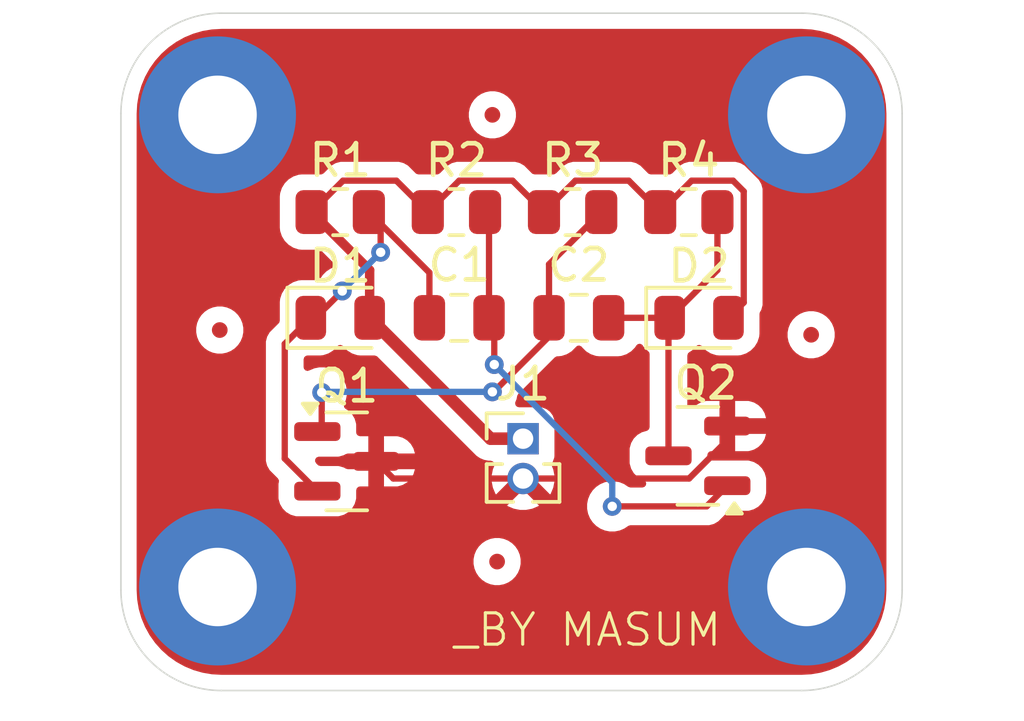
<source format=kicad_pcb>
(kicad_pcb (version 20241229) (generator "pcbnew") (generator_version "9.0")
  (layers (0 "F.Cu" signal) (2 "B.Cu" signal) (13 "F.Paste" user) (15 "B.Paste" user) (5 "F.SilkS" user "F.Silkscreen") (7 "B.SilkS" user "B.Silkscreen") (1 "F.Mask" user) (3 "B.Mask" user) (25 "Edge.Cuts" user))
  (net 0 "")
  (net 1 "Net-(Q2-B)")
  (net 2 "Net-(D1-K)")
  (net 3 "Net-(Q1-B)")
  (net 4 "Net-(D2-K)")
  (net 5 "+3v7")
  (net 6 "GND")
  (footprint "Package_TO_SOT_SMD:SOT-23" (layer "F.Cu") (at 127.0775 89.215)
    (property "Reference" "Q1" (at 0 -2.4 0) (layer "F.SilkS"))
    (property "Value" "MMBT3904")
    (fp_line (start 0 -1.56) (end -0.65 -1.56) (stroke (width 0.12)) (layer "F.SilkS"))
    (fp_line (start 0 -1.56) (end 0.65 -1.56) (stroke (width 0.12)) (layer "F.SilkS"))
    (fp_line (start 0 1.56) (end -0.65 1.56) (stroke (width 0.12)) (layer "F.SilkS"))
    (fp_line (start 0 1.56) (end 0.65 1.56) (stroke (width 0.12)) (layer "F.SilkS"))
    (fp_poly (pts (xy -1.1625 -1.51) (xy -1.4025 -1.84) (xy -0.9225 -1.84)) (stroke (width 0.12)) (fill yes) (layer "F.SilkS"))
    (pad "1" smd roundrect (at -0.9375 -0.95) (size 1.475 0.6) (layers "F.Cu" "F.Mask" "F.Paste") (net 3 "Net-(Q1-B)"))
    (pad "2" smd roundrect (at -0.9375 0.95) (size 1.475 0.6) (layers "F.Cu" "F.Mask" "F.Paste") (net 2 "Net-(D1-K)"))
    (pad "3" smd roundrect (at 0.9375 0) (size 1.475 0.6) (layers "F.Cu" "F.Mask" "F.Paste") (net 6 "GND"))
  )
  (footprint "Capacitor_SMD:C_0805_2012Metric" (layer "F.Cu") (at 134.475 84.64)
    (property "Reference" "C2" (at 0 -1.68 0) (layer "F.SilkS"))
    (property "Value" "220u")
    (fp_line (start -0.261252 -0.735) (end 0.261252 -0.735) (stroke (width 0.12)) (layer "F.SilkS"))
    (fp_line (start -0.261252 0.735) (end 0.261252 0.735) (stroke (width 0.12)) (layer "F.SilkS"))
    (pad "1" smd roundrect (at -0.95 0) (size 1 1.45) (layers "F.Cu" "F.Mask" "F.Paste") (net 3 "Net-(Q1-B)"))
    (pad "2" smd roundrect (at 0.95 0) (size 1 1.45) (layers "F.Cu" "F.Mask" "F.Paste") (net 4 "Net-(D2-K)"))
  )
  (footprint "MountingHole:MountingHole_2.5mm_Pad" (layer "F.Cu") (at 141.73 93.22)
    (property "Reference" "H3" (hide yes))
    (property "Value" "MountingHole_Pad")
    (pad "1" thru_hole circle (at 0 0) (size 5 5) (drill 2.5) (layers "*.Cu" "*.Mask") (net 6 "GND"))
  )
  (footprint "Connector_PinHeader_1.27mm:PinHeader_1x02_P1.27mm_Vertical" (layer "F.Cu") (at 132.6975 88.4925)
    (property "Reference" "J1" (at 0 -1.745 0) (layer "F.SilkS"))
    (property "Value" "Conn_01x02_Pin")
    (fp_line (start -1.16 -0.81) (end 0 -0.81) (stroke (width 0.12)) (layer "F.SilkS"))
    (fp_line (start -1.16 0) (end -1.16 -0.81) (stroke (width 0.12)) (layer "F.SilkS"))
    (fp_line (start -1.16 0.81) (end -1.16 2.015) (stroke (width 0.12)) (layer "F.SilkS"))
    (fp_line (start -1.16 0.81) (end -0.666708 0.81) (stroke (width 0.12)) (layer "F.SilkS"))
    (fp_line (start -1.16 2.015) (end -0.317923 2.015) (stroke (width 0.12)) (layer "F.SilkS"))
    (fp_line (start 0.317923 2.015) (end 1.16 2.015) (stroke (width 0.12)) (layer "F.SilkS"))
    (fp_line (start 0.666708 0.81) (end 1.16 0.81) (stroke (width 0.12)) (layer "F.SilkS"))
    (fp_line (start 1.16 0.81) (end 1.16 2.015) (stroke (width 0.12)) (layer "F.SilkS"))
    (pad "1" thru_hole rect (at 0 0) (size 1 1) (drill 0.65) (layers "*.Cu" "*.Mask") (net 5 "+3v7"))
    (pad "2" thru_hole circle (at 0 1.27) (size 1 1) (drill 0.65) (layers "*.Cu" "*.Mask") (net 6 "GND"))
  )
  (footprint "Resistor_SMD:R_0805_2012Metric" (layer "F.Cu") (at 126.87 81.27)
    (property "Reference" "R1" (at 0 -1.65 0) (layer "F.SilkS"))
    (property "Value" "1k")
    (fp_line (start -0.227064 -0.735) (end 0.227064 -0.735) (stroke (width 0.12)) (layer "F.SilkS"))
    (fp_line (start -0.227064 0.735) (end 0.227064 0.735) (stroke (width 0.12)) (layer "F.SilkS"))
    (pad "1" smd roundrect (at -0.9125 0) (size 1.025 1.4) (layers "F.Cu" "F.Mask" "F.Paste") (roundrect_rratio 0.243902) (net 5 "+3v7"))
    (pad "2" smd roundrect (at 0.9125 0) (size 1.025 1.4) (layers "F.Cu" "F.Mask" "F.Paste") (roundrect_rratio 0.243902) (net 2 "Net-(D1-K)"))
  )
  (footprint "Fiducial:Fiducial_0.5mm_Mask1mm" (layer "F.Cu") (at 141.88 85.18)
    (property "Reference" "FID4" (hide yes))
    (property "Value" "Fiducial")
    (pad "" smd circle (at 0 0) (size 0.5 0.5) (layers "F.Cu" "F.Mask"))
  )
  (footprint "MountingHole:MountingHole_2.5mm_Pad" (layer "F.Cu") (at 141.73 78.17)
    (property "Reference" "H1" (hide yes))
    (property "Value" "MountingHole_Pad")
    (pad "1" thru_hole circle (at 0 0) (size 5 5) (drill 2.5) (layers "*.Cu" "*.Mask") (net 6 "GND"))
  )
  (footprint "Package_TO_SOT_SMD:SOT-23" (layer "F.Cu") (at 138.27 89.04 180)
    (property "Reference" "Q2" (at -0.25 2.32 0) (layer "F.SilkS"))
    (property "Value" "MMBT3904")
    (fp_line (start 0 1.56) (end 0.65 1.56) (stroke (width 0.12)) (layer "F.SilkS"))
    (fp_line (start 0 1.56) (end -0.65 1.56) (stroke (width 0.12)) (layer "F.SilkS"))
    (fp_line (start 0 -1.56) (end 0.65 -1.56) (stroke (width 0.12)) (layer "F.SilkS"))
    (fp_line (start 0 -1.56) (end -0.65 -1.56) (stroke (width 0.12)) (layer "F.SilkS"))
    (fp_poly (pts (xy -1.1625 -1.51) (xy -1.4025 -1.84) (xy -0.9225 -1.84)) (stroke (width 0.12)) (fill yes) (layer "F.SilkS"))
    (pad "1" smd roundrect (at -0.9375 -0.95 180) (size 1.475 0.6) (layers "F.Cu" "F.Mask" "F.Paste") (net 1 "Net-(Q2-B)"))
    (pad "2" smd roundrect (at -0.9375 0.95 180) (size 1.475 0.6) (layers "F.Cu" "F.Mask" "F.Paste") (net 6 "GND"))
    (pad "3" smd roundrect (at 0.9375 0 180) (size 1.475 0.6) (layers "F.Cu" "F.Mask" "F.Paste") (net 4 "Net-(D2-K)"))
  )
  (footprint "Fiducial:Fiducial_0.5mm_Mask1mm" (layer "F.Cu") (at 123.03 85.03)
    (property "Reference" "FID3" (hide yes))
    (property "Value" "Fiducial")
    (pad "" smd circle (at 0 0) (size 0.5 0.5) (layers "F.Cu" "F.Mask"))
  )
  (footprint "Fiducial:Fiducial_0.5mm_Mask1mm" (layer "F.Cu") (at 131.72 78.17)
    (property "Reference" "FID1" (hide yes))
    (property "Value" "Fiducial")
    (pad "" smd circle (at 0 0) (size 0.5 0.5) (layers "F.Cu" "F.Mask"))
  )
  (footprint "MountingHole:MountingHole_2.5mm_Pad" (layer "F.Cu") (at 122.96 93.22)
    (property "Reference" "H4" (hide yes))
    (property "Value" "MountingHole_Pad")
    (pad "1" thru_hole circle (at 0 0) (size 5 5) (drill 2.5) (layers "*.Cu" "*.Mask") (net 6 "GND"))
  )
  (footprint "Resistor_SMD:R_0805_2012Metric" (layer "F.Cu") (at 130.573333 81.27)
    (property "Reference" "R2" (at 0 -1.65 0) (layer "F.SilkS"))
    (property "Value" "5k")
    (fp_line (start -0.227064 -0.735) (end 0.227064 -0.735) (stroke (width 0.12)) (layer "F.SilkS"))
    (fp_line (start -0.227064 0.735) (end 0.227064 0.735) (stroke (width 0.12)) (layer "F.SilkS"))
    (pad "1" smd roundrect (at -0.9125 0) (size 1.025 1.4) (layers "F.Cu" "F.Mask" "F.Paste") (roundrect_rratio 0.243902) (net 5 "+3v7"))
    (pad "2" smd roundrect (at 0.9125 0) (size 1.025 1.4) (layers "F.Cu" "F.Mask" "F.Paste") (roundrect_rratio 0.243902) (net 1 "Net-(Q2-B)"))
  )
  (footprint "MountingHole:MountingHole_2.5mm_Pad" (layer "F.Cu") (at 122.96 78.17)
    (property "Reference" "H2" (hide yes))
    (property "Value" "MountingHole_Pad")
    (pad "1" thru_hole circle (at 0 0) (size 5 5) (drill 2.5) (layers "*.Cu" "*.Mask") (net 6 "GND"))
  )
  (footprint "Resistor_SMD:R_0805_2012Metric" (layer "F.Cu") (at 137.98 81.27)
    (property "Reference" "R4" (at 0 -1.65 0) (layer "F.SilkS"))
    (property "Value" "1k")
    (fp_line (start -0.227064 -0.735) (end 0.227064 -0.735) (stroke (width 0.12)) (layer "F.SilkS"))
    (fp_line (start -0.227064 0.735) (end 0.227064 0.735) (stroke (width 0.12)) (layer "F.SilkS"))
    (pad "1" smd roundrect (at -0.9125 0) (size 1.025 1.4) (layers "F.Cu" "F.Mask" "F.Paste") (roundrect_rratio 0.243902) (net 5 "+3v7"))
    (pad "2" smd roundrect (at 0.9125 0) (size 1.025 1.4) (layers "F.Cu" "F.Mask" "F.Paste") (roundrect_rratio 0.243902) (net 4 "Net-(D2-K)"))
  )
  (footprint "Capacitor_SMD:C_0805_2012Metric" (layer "F.Cu") (at 130.6625 84.64)
    (property "Reference" "C1" (at 0 -1.68 0) (layer "F.SilkS"))
    (property "Value" "220u")
    (fp_line (start -0.261252 -0.735) (end 0.261252 -0.735) (stroke (width 0.12)) (layer "F.SilkS"))
    (fp_line (start -0.261252 0.735) (end 0.261252 0.735) (stroke (width 0.12)) (layer "F.SilkS"))
    (pad "1" smd roundrect (at -0.95 0) (size 1 1.45) (layers "F.Cu" "F.Mask" "F.Paste") (net 2 "Net-(D1-K)"))
    (pad "2" smd roundrect (at 0.95 0) (size 1 1.45) (layers "F.Cu" "F.Mask" "F.Paste") (net 1 "Net-(Q2-B)"))
  )
  (footprint "LED_SMD:LED_0805_2012Metric" (layer "F.Cu") (at 126.87 84.64)
    (property "Reference" "D1" (at 0 -1.65 0) (layer "F.SilkS"))
    (property "Value" "LED")
    (fp_line (start -1.685 -0.96) (end -1.685 0.96) (stroke (width 0.12)) (layer "F.SilkS"))
    (fp_line (start -1.685 0.96) (end 1 0.96) (stroke (width 0.12)) (layer "F.SilkS"))
    (fp_line (start 1 -0.96) (end -1.685 -0.96) (stroke (width 0.12)) (layer "F.SilkS"))
    (pad "1" smd roundrect (at -0.9375 0) (size 0.975 1.4) (layers "F.Cu" "F.Mask" "F.Paste") (net 2 "Net-(D1-K)"))
    (pad "2" smd roundrect (at 0.9375 0) (size 0.975 1.4) (layers "F.Cu" "F.Mask" "F.Paste") (net 5 "+3v7"))
  )
  (footprint "LED_SMD:LED_0805_2012Metric" (layer "F.Cu") (at 138.3075 84.64)
    (property "Reference" "D2" (at 0 -1.65 0) (layer "F.SilkS"))
    (property "Value" "LED")
    (fp_line (start -1.685 -0.96) (end -1.685 0.96) (stroke (width 0.12)) (layer "F.SilkS"))
    (fp_line (start -1.685 0.96) (end 1 0.96) (stroke (width 0.12)) (layer "F.SilkS"))
    (fp_line (start 1 -0.96) (end -1.685 -0.96) (stroke (width 0.12)) (layer "F.SilkS"))
    (pad "1" smd roundrect (at -0.9375 0) (size 0.975 1.4) (layers "F.Cu" "F.Mask" "F.Paste") (net 4 "Net-(D2-K)"))
    (pad "2" smd roundrect (at 0.9375 0) (size 0.975 1.4) (layers "F.Cu" "F.Mask" "F.Paste") (net 5 "+3v7"))
  )
  (footprint "Fiducial:Fiducial_0.5mm_Mask1mm" (layer "F.Cu") (at 131.87 92.41)
    (property "Reference" "FID2" (hide yes))
    (property "Value" "Fiducial")
    (pad "" smd circle (at 0 0) (size 0.5 0.5) (layers "F.Cu" "F.Mask"))
  )
  (footprint "Resistor_SMD:R_0805_2012Metric" (layer "F.Cu") (at 134.276667 81.27)
    (property "Reference" "R3" (at 0 -1.65 0) (layer "F.SilkS"))
    (property "Value" "5k")
    (fp_line (start -0.227064 -0.735) (end 0.227064 -0.735) (stroke (width 0.12)) (layer "F.SilkS"))
    (fp_line (start -0.227064 0.735) (end 0.227064 0.735) (stroke (width 0.12)) (layer "F.SilkS"))
    (pad "1" smd roundrect (at -0.9125 0) (size 1.025 1.4) (layers "F.Cu" "F.Mask" "F.Paste") (roundrect_rratio 0.243902) (net 5 "+3v7"))
    (pad "2" smd roundrect (at 0.9125 0) (size 1.025 1.4) (layers "F.Cu" "F.Mask" "F.Paste") (roundrect_rratio 0.243902) (net 3 "Net-(Q1-B)"))
  )
  (gr_arc (start 119.88 78.13) (mid 120.817258 75.867258) (end 123.08 74.93) (stroke (width 0.05)) (layer "Edge.Cuts"))
  (gr_line (start 141.58 96.52) (end 123.08 96.52) (stroke (width 0.05)) (layer "Edge.Cuts"))
  (gr_arc (start 123.08 96.52) (mid 120.817258 95.582742) (end 119.88 93.32) (stroke (width 0.05)) (layer "Edge.Cuts"))
  (gr_line (start 144.78 78.13) (end 144.78 93.32) (stroke (width 0.05)) (layer "Edge.Cuts"))
  (gr_line (start 123.08 74.93) (end 141.58 74.93) (stroke (width 0.05)) (layer "Edge.Cuts"))
  (gr_arc (start 141.58 74.93) (mid 143.842742 75.867258) (end 144.78 78.13) (stroke (width 0.05)) (layer "Edge.Cuts"))
  (gr_arc (start 144.78 93.32) (mid 143.842742 95.582742) (end 141.58 96.52) (stroke (width 0.05)) (layer "Edge.Cuts"))
  (gr_line (start 119.88 93.32) (end 119.88 78.13) (stroke (width 0.05)) (layer "Edge.Cuts"))
  (gr_text "_BY MASUM" (at 130.43 95.17 0) (layer "F.SilkS") (effects (font (size 1 1) (thickness 0.1)) (justify left bottom)))
  (segment (start 131.6125 81.396667) (end 131.485833 81.27) (width 0.2) (layer "F.Cu") (net 1))
  (segment (start 131.78 86.13) (end 131.78 84.8075) (width 0.2) (layer "F.Cu") (net 1))
  (segment (start 139.2075 89.99) (end 138.5475 90.65) (width 0.2) (layer "F.Cu") (net 1))
  (segment (start 131.6125 84.64) (end 131.6125 81.396667) (width 0.2) (layer "F.Cu") (net 1))
  (segment (start 138.5475 90.65) (end 135.54 90.65) (width 0.2) (layer "F.Cu") (net 1))
  (segment (start 131.78 84.8075) (end 131.6125 84.64) (width 0.2) (layer "F.Cu") (net 1))
  (via (at 135.54 90.65) (size 0.6) (drill 0.3) (layers "F.Cu" "B.Cu") (net 1))
  (via (at 131.78 86.13) (size 0.6) (drill 0.3) (layers "F.Cu" "B.Cu") (net 1))
  (segment (start 135.54 90.65) (end 135.54 89.89) (width 0.2) (layer "B.Cu") (net 1))
  (segment (start 135.54 89.89) (end 131.78 86.13) (width 0.2) (layer "B.Cu") (net 1))
  (segment (start 125.1015 85.471) (end 125.9325 84.64) (width 0.2) (layer "F.Cu") (net 2))
  (segment (start 128.15837 81.64587) (end 127.7825 81.27) (width 0.2) (layer "F.Cu") (net 2))
  (segment (start 125.9325 84.64) (end 126.081006 84.64) (width 0.2) (layer "F.Cu") (net 2))
  (segment (start 126.081006 84.64) (end 126.935042 83.785964) (width 0.2) (layer "F.Cu") (net 2))
  (segment (start 125.1015 89.1265) (end 125.1015 85.471) (width 0.2) (layer "F.Cu") (net 2))
  (segment (start 126.14 90.165) (end 125.1015 89.1265) (width 0.2) (layer "F.Cu") (net 2))
  (segment (start 129.7125 83.2) (end 129.7125 84.64) (width 0.2) (layer "F.Cu") (net 2))
  (segment (start 128.15837 82.55163) (end 128.15837 81.64587) (width 0.2) (layer "F.Cu") (net 2))
  (segment (start 127.7825 81.27) (end 129.7125 83.2) (width 0.2) (layer "F.Cu") (net 2))
  (via (at 126.935042 83.785964) (size 0.6) (drill 0.3) (layers "F.Cu" "B.Cu") (net 2))
  (via (at 128.15837 82.55163) (size 0.6) (drill 0.3) (layers "F.Cu" "B.Cu") (net 2))
  (segment (start 126.935042 83.785964) (end 126.935042 83.774958) (width 0.2) (layer "B.Cu") (net 2))
  (segment (start 126.935042 83.774958) (end 128.15837 82.55163) (width 0.2) (layer "B.Cu") (net 2))
  (segment (start 133.525 82.934167) (end 135.189167 81.27) (width 0.2) (layer "F.Cu") (net 3))
  (segment (start 126.28 87.02) (end 126.28 88.125) (width 0.2) (layer "F.Cu") (net 3))
  (segment (start 131.759943 87) (end 131.72 87) (width 0.2) (layer "F.Cu") (net 3))
  (segment (start 133.525 84.64) (end 133.525 82.934167) (width 0.2) (layer "F.Cu") (net 3))
  (segment (start 133.525 84.64) (end 133.525 85.234943) (width 0.2) (layer "F.Cu") (net 3))
  (segment (start 133.525 85.234943) (end 131.759943 87) (width 0.2) (layer "F.Cu") (net 3))
  (segment (start 126.28 88.125) (end 126.14 88.265) (width 0.2) (layer "F.Cu") (net 3))
  (via (at 131.72 87) (size 0.6) (drill 0.3) (layers "F.Cu" "B.Cu") (net 3))
  (via (at 126.28 87.02) (size 0.6) (drill 0.3) (layers "F.Cu" "B.Cu") (net 3))
  (segment (start 126.3 87) (end 126.28 87.02) (width 0.2) (layer "B.Cu") (net 3))
  (segment (start 131.72 87) (end 126.3 87) (width 0.2) (layer "B.Cu") (net 3))
  (segment (start 135.425 84.64) (end 137.37 84.64) (width 0.2) (layer "F.Cu") (net 4))
  (segment (start 137.3325 84.6775) (end 137.37 84.64) (width 0.2) (layer "F.Cu") (net 4))
  (segment (start 138.8925 81.27) (end 138.8925 83.1175) (width 0.2) (layer "F.Cu") (net 4))
  (segment (start 137.3325 89.04) (end 137.3325 84.6775) (width 0.2) (layer "F.Cu") (net 4))
  (segment (start 138.8925 83.1175) (end 137.37 84.64) (width 0.2) (layer "F.Cu") (net 4))
  (segment (start 132.6975 88.4925) (end 131.66 88.4925) (width 0.4) (layer "F.Cu") (net 5))
  (segment (start 126.9585 80.269) (end 128.659833 80.269) (width 0.2) (layer "F.Cu") (net 5))
  (segment (start 139.731297 80.610137) (end 139.731297 84.153703) (width 0.2) (layer "F.Cu") (net 5))
  (segment (start 138.0685 80.269) (end 139.39016 80.269) (width 0.2) (layer "F.Cu") (net 5))
  (segment (start 139.39016 80.269) (end 139.731297 80.610137) (width 0.2) (layer "F.Cu") (net 5))
  (segment (start 137.0675 81.27) (end 138.0685 80.269) (width 0.2) (layer "F.Cu") (net 5))
  (segment (start 136.0665 80.269) (end 137.0675 81.27) (width 0.2) (layer "F.Cu") (net 5))
  (segment (start 133.364167 81.27) (end 134.365167 80.269) (width 0.2) (layer "F.Cu") (net 5))
  (segment (start 127.8075 84.64) (end 127.8075 83.12) (width 0.3) (layer "F.Cu") (net 5))
  (segment (start 131.66 88.4925) (end 127.8075 84.64) (width 0.4) (layer "F.Cu") (net 5))
  (segment (start 129.660833 81.27) (end 130.661833 80.269) (width 0.2) (layer "F.Cu") (net 5))
  (segment (start 125.9575 81.27) (end 126.9585 80.269) (width 0.2) (layer "F.Cu") (net 5))
  (segment (start 128.659833 80.269) (end 129.660833 81.27) (width 0.2) (layer "F.Cu") (net 5))
  (segment (start 127.8075 83.12) (end 125.9575 81.27) (width 0.3) (layer "F.Cu") (net 5))
  (segment (start 130.661833 80.269) (end 132.363167 80.269) (width 0.2) (layer "F.Cu") (net 5))
  (segment (start 132.363167 80.269) (end 133.364167 81.27) (width 0.2) (layer "F.Cu") (net 5))
  (segment (start 139.731297 84.153703) (end 139.245 84.64) (width 0.2) (layer "F.Cu") (net 5))
  (segment (start 134.365167 80.269) (end 136.0665 80.269) (width 0.2) (layer "F.Cu") (net 5))
  (segment (start 128.5625 89.7625) (end 132.6975 89.7625) (width 0.2) (layer "F.Cu") (net 6))
  (segment (start 128.015 89.215) (end 128.5625 89.7625) (width 0.2) (layer "F.Cu") (net 6))
  (segment (start 139.2075 88.09) (end 139.2075 88.544468) (width 0.2) (layer "F.Cu") (net 6))
  (segment (start 139.43 88.09) (end 139.45 88.11) (width 0.2) (layer "F.Cu") (net 6))
  (segment (start 137.989468 89.7625) (end 132.6975 89.7625) (width 0.2) (layer "F.Cu") (net 6))
  (segment (start 139.2075 88.09) (end 139.43 88.09) (width 0.2) (layer "F.Cu") (net 6))
  (segment (start 139.2075 88.544468) (end 137.989468 89.7625) (width 0.2) (layer "F.Cu") (net 6))
  (zone (net 6) (net_name "GND") (layer "F.Cu") (connect_pads (clearance 0.5)) (min_thickness 0.25) (fill yes (thermal_gap 0.5) (thermal_bridge_width 0.5))
    (polygon (pts (xy 119.22 74.51) (xy 119.3 97.24) (xy 145.54 97.16) (xy 145.62 74.51) (xy 119.18 74.63) (xy 119.13 74.91)))
  )
)
</source>
